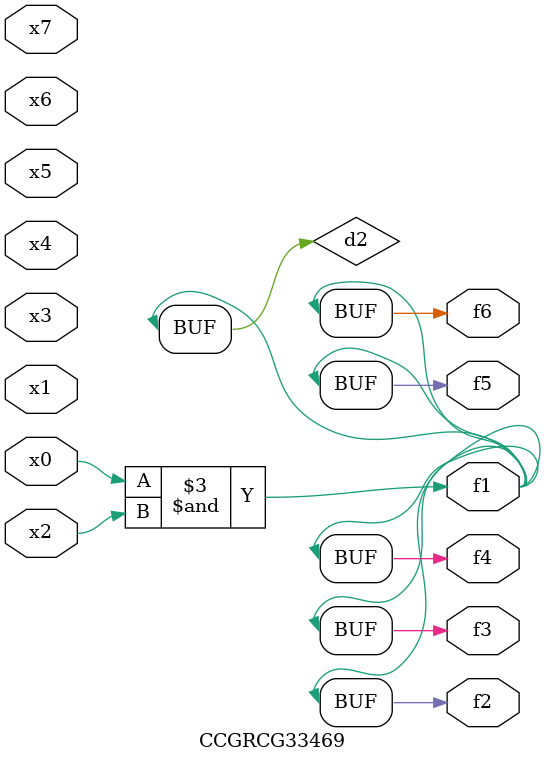
<source format=v>
module CCGRCG33469(
	input x0, x1, x2, x3, x4, x5, x6, x7,
	output f1, f2, f3, f4, f5, f6
);

	wire d1, d2;

	nor (d1, x3, x6);
	and (d2, x0, x2);
	assign f1 = d2;
	assign f2 = d2;
	assign f3 = d2;
	assign f4 = d2;
	assign f5 = d2;
	assign f6 = d2;
endmodule

</source>
